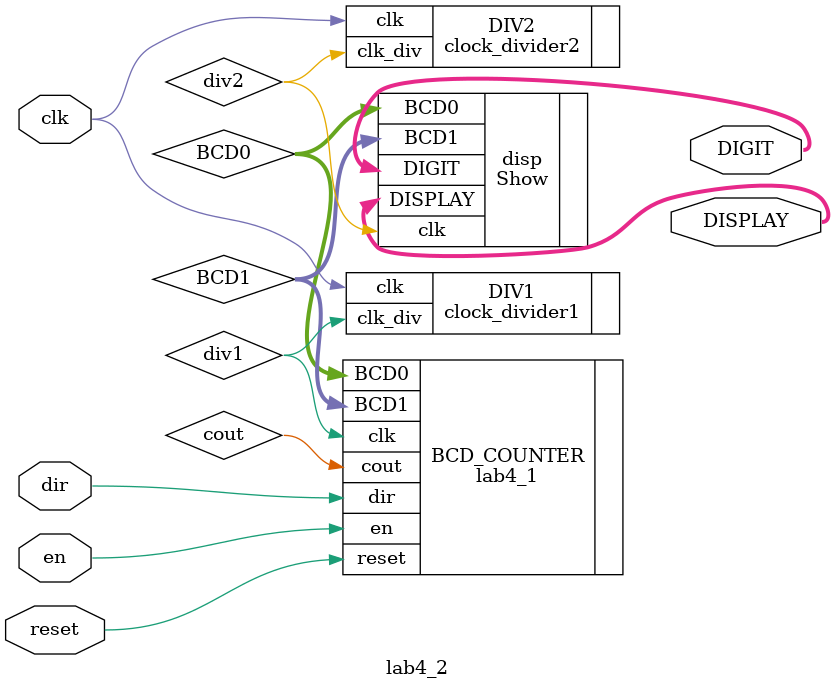
<source format=v>
module lab4_2(DISPLAY, DIGIT, clk, reset, en, dir);
	input clk, reset, en, dir;
	output	[7:0]		DISPLAY;
	output	[3:0]		DIGIT;
	wire div1, div2, cout;
	wire [3:0] BCD0, BCD1;
	
	clock_divider1 DIV1(.clk(clk), .clk_div(div1));
	clock_divider2 DIV2(.clk(clk), .clk_div(div2));
	lab4_1 BCD_COUNTER(.dir(dir), .en(en), .reset(reset), .clk(div1), .BCD0(BCD0), .BCD1(BCD1), .cout(cout));
	Show disp(.DIGIT(DIGIT), .DISPLAY(DISPLAY), .BCD0(BCD0), .BCD1(BCD1), .clk(div2));
	
endmodule

</source>
